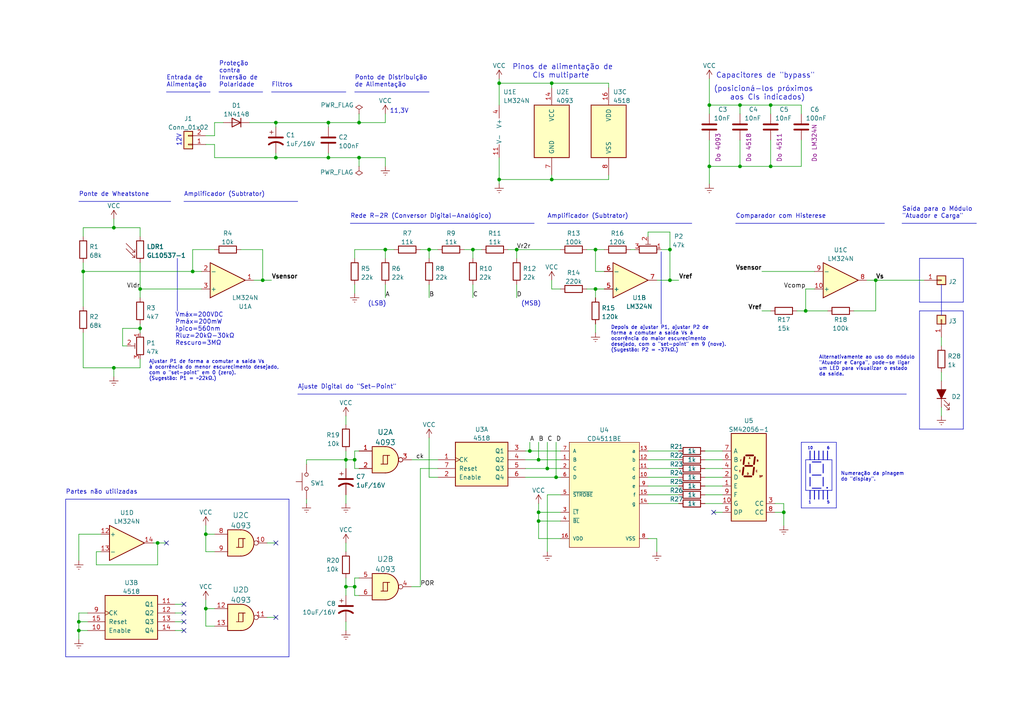
<source format=kicad_sch>
(kicad_sch (version 20230121) (generator eeschema)
  (paper "A4")
  (title_block (title "Sensor com Ajuste Digital de Set-Point para Atuador") (date "2022-10-20") (rev "0.0.3") (company "ETE103 - Fundamentos de Circuitos Analógicos") (comment 1 "Licença: CC-BY-SA (https://creativecommons.org/licenses/by-sa/4.0/)"))
  (lib_symbols
    (symbol "4xxx:4518" (pin_names (offset 1.016))
      (property "Reference" "U" (at -7.62 8.89 0))
      (property "Value" "4518" (at -7.62 -8.89 0))
      (symbol "4518_1_0"
        (pin input clock (at -12.7 0 0) (length 5.08) (name "CK") (number "1"))
        (pin input line (at -12.7 -5.08 0) (length 5.08) (name "Enable") (number "2"))
        (pin output line (at 12.7 2.54 180) (length 5.08) (name "Q1") (number "3"))
        (pin output line (at 12.7 0 180) (length 5.08) (name "Q2") (number "4"))
        (pin output line (at 12.7 -2.54 180) (length 5.08) (name "Q3") (number "5"))
        (pin output line (at 12.7 -5.08 180) (length 5.08) (name "Q4") (number "6"))
        (pin input line (at -12.7 -2.54 0) (length 5.08) (name "Reset") (number "7"))
      )
      (symbol "4518_2_0"
        (pin input line (at -12.7 -5.08 0) (length 5.08) (name "Enable") (number "10"))
        (pin output line (at 12.7 2.54 180) (length 5.08) (name "Q1") (number "11"))
        (pin output line (at 12.7 0 180) (length 5.08) (name "Q2") (number "12"))
        (pin output line (at 12.7 -2.54 180) (length 5.08) (name "Q3") (number "13"))
        (pin output line (at 12.7 -5.08 180) (length 5.08) (name "Q4") (number "14"))
        (pin input line (at -12.7 -2.54 0) (length 5.08) (name "Reset") (number "15"))
        (pin input clock (at -12.7 0 0) (length 5.08) (name "CK") (number "9"))
      )
      (symbol "4518_3_0"
        (pin power_in line (at 0 12.7 270) (length 5.08) (name "VDD") (number "16"))
        (pin power_in line (at 0 -12.7 90) (length 5.08) (name "VSS") (number "8"))
      )
    )
    (symbol "4xxx:HEF4093B" (pin_names (offset 1.016))
      (property "Reference" "U" (at 0 1.27 0))
      (property "Value" "HEF4093B" (at 0 -1.27 0))
      (symbol "HEF4093B_1_1"
        (pin input line (at -7.62 2.54 0) (length 3.81) (name "~") (number "1"))
        (pin input line (at -7.62 -2.54 0) (length 3.81) (name "~") (number "2"))
        (pin output inverted (at 7.62 0 180) (length 3.81) (name "~") (number "3"))
      )
      (symbol "HEF4093B_1_2"
        (pin input inverted (at -7.62 2.54 0) (length 4.318) (name "~") (number "1"))
        (pin input inverted (at -7.62 -2.54 0) (length 4.318) (name "~") (number "2"))
        (pin output line (at 7.62 0 180) (length 3.81) (name "~") (number "3"))
      )
      (symbol "HEF4093B_2_1"
        (pin output inverted (at 7.62 0 180) (length 3.81) (name "~") (number "4"))
        (pin input line (at -7.62 2.54 0) (length 3.81) (name "~") (number "5"))
        (pin input line (at -7.62 -2.54 0) (length 3.81) (name "~") (number "6"))
      )
      (symbol "HEF4093B_2_2"
        (pin output line (at 7.62 0 180) (length 3.81) (name "~") (number "4"))
        (pin input inverted (at -7.62 2.54 0) (length 4.318) (name "~") (number "5"))
        (pin input inverted (at -7.62 -2.54 0) (length 4.318) (name "~") (number "6"))
      )
      (symbol "HEF4093B_3_1"
        (pin output inverted (at 7.62 0 180) (length 3.81) (name "~") (number "10"))
        (pin input line (at -7.62 2.54 0) (length 3.81) (name "~") (number "8"))
        (pin input line (at -7.62 -2.54 0) (length 3.81) (name "~") (number "9"))
      )
      (symbol "HEF4093B_3_2"
        (pin output line (at 7.62 0 180) (length 3.81) (name "~") (number "10"))
        (pin input inverted (at -7.62 2.54 0) (length 4.318) (name "~") (number "8"))
        (pin input inverted (at -7.62 -2.54 0) (length 4.318) (name "~") (number "9"))
      )
      (symbol "HEF4093B_4_1"
        (pin output inverted (at 7.62 0 180) (length 3.81) (name "~") (number "11"))
        (pin input line (at -7.62 2.54 0) (length 3.81) (name "~") (number "12"))
        (pin input line (at -7.62 -2.54 0) (length 3.81) (name "~") (number "13"))
      )
      (symbol "HEF4093B_4_2"
        (pin output line (at 7.62 0 180) (length 3.81) (name "~") (number "11"))
        (pin input inverted (at -7.62 2.54 0) (length 4.318) (name "~") (number "12"))
        (pin input inverted (at -7.62 -2.54 0) (length 4.318) (name "~") (number "13"))
      )
      (symbol "HEF4093B_5_0"
        (pin power_in line (at 0 12.7 270) (length 5.08) (name "VCC") (number "14"))
        (pin power_in line (at 0 -12.7 90) (length 5.08) (name "GND") (number "7"))
      )
    )
    (symbol "Amplifier_Operational:LM324" (pin_names (offset 0.127))
      (property "Reference" "U" (at 0 5.08 0))
      (property "Value" "LM324" (at 0 -5.08 0))
      (symbol "LM324_1_1"
        (pin output line (at 7.62 0 180) (length 2.54) (name "~") (number "1"))
        (pin input line (at -7.62 -2.54 0) (length 2.54) (name "-") (number "2"))
        (pin input line (at -7.62 2.54 0) (length 2.54) (name "+") (number "3"))
      )
      (symbol "LM324_2_1"
        (pin input line (at -7.62 2.54 0) (length 2.54) (name "+") (number "5"))
        (pin input line (at -7.62 -2.54 0) (length 2.54) (name "-") (number "6"))
        (pin output line (at 7.62 0 180) (length 2.54) (name "~") (number "7"))
      )
      (symbol "LM324_3_1"
        (pin input line (at -7.62 2.54 0) (length 2.54) (name "+") (number "10"))
        (pin output line (at 7.62 0 180) (length 2.54) (name "~") (number "8"))
        (pin input line (at -7.62 -2.54 0) (length 2.54) (name "-") (number "9"))
      )
      (symbol "LM324_4_1"
        (pin input line (at -7.62 2.54 0) (length 2.54) (name "+") (number "12"))
        (pin input line (at -7.62 -2.54 0) (length 2.54) (name "-") (number "13"))
        (pin output line (at 7.62 0 180) (length 2.54) (name "~") (number "14"))
      )
      (symbol "LM324_5_1"
        (pin power_in line (at -2.54 -7.62 90) (length 3.81) (name "V-") (number "11"))
        (pin power_in line (at -2.54 7.62 270) (length 3.81) (name "V+") (number "4"))
      )
    )
    (symbol "Connector_Generic:Conn_01x01" (pin_names (offset 1.016) hide)
      (property "Reference" "J" (at 0 2.54 0))
      (property "Value" "Conn_01x01" (at 0 -2.54 0))
      (symbol "Conn_01x01_1_1"
        (pin passive line (at -5.08 0 0) (length 3.81) (name "Pin_1") (number "1"))
      )
    )
    (symbol "Connector_Generic:Conn_01x02" (pin_names (offset 1.016) hide)
      (property "Reference" "J" (at 0 2.54 0))
      (property "Value" "Conn_01x02" (at 0 -5.08 0))
      (symbol "Conn_01x02_1_1"
        (pin passive line (at -5.08 0 0) (length 3.81) (name "Pin_1") (number "1"))
        (pin passive line (at -5.08 -2.54 0) (length 3.81) (name "Pin_2") (number "2"))
      )
    )
    (symbol "Device:C" (pin_numbers hide) (pin_names (offset 0.254))
      (property "Reference" "C" (at 0.635 2.54 0))
      (property "Value" "C" (at 0.635 -2.54 0))
      (symbol "C_1_1"
        (pin passive line (at 0 3.81 270) (length 2.794) (name "~") (number "1"))
        (pin passive line (at 0 -3.81 90) (length 2.794) (name "~") (number "2"))
      )
    )
    (symbol "Device:C_Polarized_US" (pin_numbers hide) (pin_names (offset 0.254) hide)
      (property "Reference" "C" (at 0.635 2.54 0))
      (property "Value" "C_Polarized_US" (at 0.635 -2.54 0))
      (symbol "C_Polarized_US_1_1"
        (pin passive line (at 0 3.81 270) (length 2.794) (name "~") (number "1"))
        (pin passive line (at 0 -3.81 90) (length 3.302) (name "~") (number "2"))
      )
    )
    (symbol "Device:LED_Filled" (pin_numbers hide) (pin_names (offset 1.016) hide)
      (property "Reference" "D" (at 0 2.54 0))
      (property "Value" "LED_Filled" (at 0 -2.54 0))
      (symbol "LED_Filled_1_1"
        (pin passive line (at -3.81 0 0) (length 2.54) (name "K") (number "1"))
        (pin passive line (at 3.81 0 180) (length 2.54) (name "A") (number "2"))
      )
    )
    (symbol "Device:R" (pin_numbers hide) (pin_names (offset 0))
      (property "Reference" "R" (at 2.032 0 90))
      (property "Value" "R" (at 0 0 90))
      (symbol "R_1_1"
        (pin passive line (at 0 3.81 270) (length 1.27) (name "~") (number "1"))
        (pin passive line (at 0 -3.81 90) (length 1.27) (name "~") (number "2"))
      )
    )
    (symbol "Device:R_Photo" (pin_numbers hide) (pin_names (offset 0))
      (property "Reference" "R" (at 1.27 1.27 0))
      (property "Value" "R_Photo" (at 1.27 0 0))
      (symbol "R_Photo_1_1"
        (pin passive line (at 0 3.81 270) (length 1.27) (name "~") (number "1"))
        (pin passive line (at 0 -3.81 90) (length 1.27) (name "~") (number "2"))
      )
    )
    (symbol "Device:R_Potentiometer_Trim" (pin_names (offset 1.016) hide)
      (property "Reference" "RV" (at -4.445 0 90))
      (property "Value" "R_Potentiometer_Trim" (at -2.54 0 90))
      (symbol "R_Potentiometer_Trim_1_1"
        (pin passive line (at 0 3.81 270) (length 1.27) (name "1") (number "1"))
        (pin passive line (at 3.81 0 180) (length 1.27) (name "2") (number "2"))
        (pin passive line (at 0 -3.81 90) (length 1.27) (name "3") (number "3"))
      )
    )
    (symbol "Diode:1N4148" (pin_numbers hide) (pin_names (offset 1.016) hide)
      (property "Reference" "D" (at 0 2.54 0))
      (property "Value" "1N4148" (at 0 -2.54 0))
      (symbol "1N4148_1_1"
        (pin passive line (at -3.81 0 0) (length 2.54) (name "K") (number "1"))
        (pin passive line (at 3.81 0 180) (length 2.54) (name "A") (number "2"))
      )
    )
    (symbol "Display_Character:KCSC02-105" (pin_names (offset 0.635))
      (property "Reference" "U" (at -2.54 13.97 0))
      (property "Value" "KCSC02-105" (at 1.27 13.97 0))
      (symbol "KCSC02-105_0_0"
        (text "A" (at 0.254 5.588 0) (effects (font (size 0.508 0.508))))
        (text "B" (at 2.54 4.826 0) (effects (font (size 0.508 0.508))))
        (text "C" (at 2.286 1.778 0) (effects (font (size 0.508 0.508))))
        (text "D" (at -0.254 1.016 0) (effects (font (size 0.508 0.508))))
        (text "DP" (at 3.556 0.254 0) (effects (font (size 0.508 0.508))))
        (text "E" (at -2.54 1.778 0) (effects (font (size 0.508 0.508))))
        (text "F" (at -2.286 4.826 0) (effects (font (size 0.508 0.508))))
        (text "G" (at 0 4.064 0) (effects (font (size 0.508 0.508))))
      )
      (symbol "KCSC02-105_1_1"
        (pin input line (at -7.62 -2.54 0) (length 2.54) (name "E") (number "1"))
        (pin input line (at -7.62 -7.62 0) (length 2.54) (name "G") (number "10"))
        (pin input line (at -7.62 0 0) (length 2.54) (name "D") (number "2"))
        (pin input line (at 7.62 -7.62 180) (length 2.54) (name "CC") (number "3"))
        (pin input line (at -7.62 2.54 0) (length 2.54) (name "C") (number "4"))
        (pin input line (at -7.62 -10.16 0) (length 2.54) (name "DP") (number "5"))
        (pin input line (at -7.62 5.08 0) (length 2.54) (name "B") (number "6"))
        (pin input line (at -7.62 7.62 0) (length 2.54) (name "A") (number "7"))
        (pin input line (at 7.62 -10.16 180) (length 2.54) (name "CC") (number "8"))
        (pin input line (at -7.62 -5.08 0) (length 2.54) (name "F") (number "9"))
      )
    )
    (symbol "Switch:SW_Push" (pin_numbers hide) (pin_names (offset 1.016) hide)
      (property "Reference" "SW" (at 1.27 2.54 0))
      (property "Value" "SW_Push" (at 0 -1.524 0))
      (symbol "SW_Push_0_1"
        (pin passive line (at -5.08 0 0) (length 2.54) (name "1") (number "1"))
        (pin passive line (at 5.08 0 180) (length 2.54) (name "2") (number "2"))
      )
    )
    (symbol "eec:CD4511BE" (pin_names (offset 1.016))
      (property "Reference" "U" (at 0 5.08 0))
      (property "Value" "CD4511BE" (at 0 7.62 0))
      (symbol "CD4511BE_1_1"
        (pin input line (at 2.54 -2.54 0) (length 2.54) (name "B") (number "1"))
        (pin output line (at 27.94 -7.62 180) (length 2.54) (name "d") (number "10"))
        (pin output line (at 27.94 -5.08 180) (length 2.54) (name "c") (number "11"))
        (pin output line (at 27.94 -2.54 180) (length 2.54) (name "b") (number "12"))
        (pin output line (at 27.94 0 180) (length 2.54) (name "a") (number "13"))
        (pin output line (at 27.94 -15.24 180) (length 2.54) (name "g") (number "14"))
        (pin output line (at 27.94 -12.7 180) (length 2.54) (name "f") (number "15"))
        (pin power_in line (at 2.54 -25.4 0) (length 2.54) (name "VDD") (number "16"))
        (pin input line (at 2.54 -5.08 0) (length 2.54) (name "C") (number "2"))
        (pin input line (at 2.54 -17.78 0) (length 2.54) (name "~{LT}") (number "3"))
        (pin input line (at 2.54 -20.32 0) (length 2.54) (name "~{BL}") (number "4"))
        (pin input line (at 2.54 -12.7 0) (length 2.54) (name "~{STROBE}") (number "5"))
        (pin input line (at 2.54 -7.62 0) (length 2.54) (name "D") (number "6"))
        (pin input line (at 2.54 0 0) (length 2.54) (name "A") (number "7"))
        (pin power_in line (at 27.94 -25.4 180) (length 2.54) (name "VSS") (number "8"))
        (pin output line (at 27.94 -10.16 180) (length 2.54) (name "e") (number "9"))
      )
    )
    (symbol "power:Earth" (power) (pin_names (offset 0))
      (symbol "Earth_1_1"
        (pin power_in line (at 0 0 270) (length 0) hide (name "Earth") (number "1"))
      )
    )
    (symbol "power:PWR_FLAG" (power) (pin_numbers hide) (pin_names (offset 0) hide)
      (property "Value" "PWR_FLAG" (at 0 3.81 0))
      (symbol "PWR_FLAG_0_0"
        (pin power_out line (at 0 0 90) (length 0) (name "pwr") (number "1"))
      )
    )
    (symbol "power:VCC" (power) (pin_names (offset 0))
      (property "Value" "VCC" (at 0 3.81 0))
      (symbol "VCC_1_1"
        (pin power_in line (at 0 0 90) (length 0) hide (name "VCC") (number "1"))
      )
    )
  )
  (junction (at 223.52 30.48))
  (junction (at 111.76 72.39))
  (junction (at 80.01 35.56))
  (junction (at 172.72 83.82))
  (junction (at 161.29 138.43))
  (junction (at 158.75 135.89))
  (junction (at 233.68 90.17))
  (junction (at 104.14 35.56))
  (junction (at 24.13 78.74))
  (junction (at 40.64 95.25))
  (junction (at 33.02 106.68))
  (junction (at 33.02 66.04))
  (junction (at 144.78 52.07))
  (junction (at 55.88 78.74))
  (junction (at 45.72 157.48))
  (junction (at 102.87 133.35))
  (junction (at 100.33 133.35))
  (junction (at 227.33 148.59))
  (junction (at 205.74 48.26))
  (junction (at 95.25 35.56))
  (junction (at 149.86 72.39))
  (junction (at 22.86 180.34))
  (junction (at 160.02 24.13))
  (junction (at 160.02 52.07))
  (junction (at 223.52 48.26))
  (junction (at 144.78 24.13))
  (junction (at 100.33 170.18))
  (junction (at 59.69 176.53))
  (junction (at 124.46 72.39))
  (junction (at 153.67 130.81))
  (junction (at 214.63 48.26))
  (junction (at 194.31 81.28))
  (junction (at 214.63 30.48))
  (junction (at 22.86 182.88))
  (junction (at 104.14 45.72))
  (junction (at 156.21 151.13))
  (junction (at 172.72 72.39))
  (junction (at 59.69 154.94))
  (junction (at 80.01 45.72))
  (junction (at 40.64 83.82))
  (junction (at 95.25 45.72))
  (junction (at 194.31 72.39))
  (junction (at 254 81.28))
  (junction (at 156.21 133.35))
  (junction (at 137.16 72.39))
  (junction (at 205.74 30.48))
  (junction (at 76.2 81.28))
  (junction (at 102.87 170.18))
  (junction (at 156.21 148.59))
  (no_connect (at 53.34 182.88))
  (no_connect (at 53.34 177.8))
  (no_connect (at 53.34 180.34))
  (no_connect (at 80.01 179.07))
  (no_connect (at 80.01 157.48))
  (no_connect (at 207.01 148.59))
  (no_connect (at 48.26 157.48))
  (no_connect (at 53.34 175.26))
  (wire (pts (xy 95.25 44.45) (xy 95.25 45.72)))
  (wire (pts (xy 233.68 90.17) (xy 240.03 90.17)))
  (wire (pts (xy 24.13 68.58) (xy 24.13 66.04)))
  (wire (pts (xy 111.76 45.72) (xy 111.76 48.26)))
  (wire (pts (xy 204.47 133.35) (xy 209.55 133.35)))
  (wire (pts (xy 162.56 143.51) (xy 158.75 143.51)))
  (polyline (pts (xy 242.57 147.32) (xy 242.57 128.27)))
  (wire (pts (xy 190.5 156.21) (xy 190.5 160.02)))
  (wire (pts (xy 124.46 74.93) (xy 124.46 72.39)))
  (wire (pts (xy 182.88 72.39) (xy 184.15 72.39)))
  (wire (pts (xy 144.78 24.13) (xy 160.02 24.13)))
  (polyline (pts (xy 83.82 144.78) (xy 83.82 190.5)))
  (wire (pts (xy 102.87 170.18) (xy 100.33 170.18)))
  (wire (pts (xy 220.98 90.17) (xy 223.52 90.17)))
  (polyline (pts (xy 102.87 26.67) (xy 124.46 26.67)))
  (wire (pts (xy 22.86 180.34) (xy 25.4 180.34)))
  (wire (pts (xy 119.38 170.18) (xy 121.92 170.18)))
  (wire (pts (xy 273.05 107.95) (xy 273.05 110.49)))
  (wire (pts (xy 162.56 148.59) (xy 156.21 148.59)))
  (wire (pts (xy 162.56 156.21) (xy 156.21 156.21)))
  (wire (pts (xy 205.74 48.26) (xy 205.74 53.34)))
  (wire (pts (xy 190.5 81.28) (xy 194.31 81.28)))
  (wire (pts (xy 111.76 74.93) (xy 111.76 72.39)))
  (wire (pts (xy 102.87 72.39) (xy 111.76 72.39)))
  (wire (pts (xy 176.53 50.8) (xy 176.53 52.07)))
  (wire (pts (xy 204.47 143.51) (xy 209.55 143.51)))
  (wire (pts (xy 158.75 128.27) (xy 158.75 135.89)))
  (wire (pts (xy 152.4 130.81) (xy 153.67 130.81)))
  (wire (pts (xy 137.16 82.55) (xy 137.16 86.36)))
  (wire (pts (xy 220.98 78.74) (xy 236.22 78.74)))
  (wire (pts (xy 33.02 106.68) (xy 33.02 109.22)))
  (wire (pts (xy 205.74 48.26) (xy 214.63 48.26)))
  (wire (pts (xy 59.69 152.4) (xy 59.69 154.94)))
  (wire (pts (xy 204.47 140.97) (xy 209.55 140.97)))
  (polyline (pts (xy 232.41 128.27) (xy 232.41 147.32)))
  (wire (pts (xy 144.78 52.07) (xy 144.78 53.34)))
  (polyline (pts (xy 241.3 142.24) (xy 241.3 133.35)) (stroke (width 0) (type solid)))
  (wire (pts (xy 33.02 106.68) (xy 40.64 106.68)))
  (wire (pts (xy 121.92 72.39) (xy 124.46 72.39)))
  (polyline (pts (xy 242.57 128.27) (xy 232.41 128.27)))
  (wire (pts (xy 158.75 143.51) (xy 158.75 160.02)))
  (wire (pts (xy 124.46 138.43) (xy 127 138.43)))
  (polyline (pts (xy 240.03 141.605) (xy 239.776 141.605)))
  (wire (pts (xy 187.96 130.81) (xy 196.85 130.81)))
  (wire (pts (xy 22.86 177.8) (xy 22.86 180.34)))
  (wire (pts (xy 104.14 167.64) (xy 102.87 167.64)))
  (wire (pts (xy 227.33 148.59) (xy 224.79 148.59)))
  (wire (pts (xy 100.33 170.18) (xy 100.33 172.72)))
  (wire (pts (xy 40.64 76.2) (xy 40.64 83.82)))
  (wire (pts (xy 227.33 146.05) (xy 227.33 148.59)))
  (wire (pts (xy 40.64 93.98) (xy 40.64 95.25)))
  (wire (pts (xy 111.76 72.39) (xy 114.3 72.39)))
  (wire (pts (xy 147.32 72.39) (xy 149.86 72.39)))
  (wire (pts (xy 144.78 22.86) (xy 144.78 24.13)))
  (wire (pts (xy 95.25 35.56) (xy 95.25 36.83)))
  (wire (pts (xy 45.72 163.83) (xy 45.72 157.48)))
  (wire (pts (xy 76.2 72.39) (xy 76.2 81.28)))
  (wire (pts (xy 22.86 182.88) (xy 25.4 182.88)))
  (wire (pts (xy 160.02 25.4) (xy 160.02 24.13)))
  (wire (pts (xy 59.69 160.02) (xy 62.23 160.02)))
  (polyline (pts (xy 238.76 130.81) (xy 238.76 133.35)) (stroke (width 0.254) (type solid)))
  (wire (pts (xy 59.69 41.91) (xy 62.23 41.91)))
  (polyline (pts (xy 63.5 26.67) (xy 76.2 26.67)))
  (wire (pts (xy 80.01 35.56) (xy 95.25 35.56)))
  (wire (pts (xy 223.52 48.26) (xy 223.52 40.64)))
  (wire (pts (xy 24.13 78.74) (xy 24.13 88.9)))
  (polyline (pts (xy 213.36 64.77) (xy 256.54 64.77)))
  (wire (pts (xy 137.16 72.39) (xy 139.7 72.39)))
  (wire (pts (xy 104.14 45.72) (xy 104.14 48.26)))
  (wire (pts (xy 40.64 104.14) (xy 40.64 106.68)))
  (wire (pts (xy 80.01 35.56) (xy 80.01 36.83)))
  (polyline (pts (xy 240.03 130.81) (xy 240.03 133.35)) (stroke (width 0.254) (type solid)))
  (polyline (pts (xy 266.7 90.17) (xy 266.7 124.46)))
  (wire (pts (xy 176.53 24.13) (xy 176.53 25.4)))
  (wire (pts (xy 205.74 48.26) (xy 205.74 40.64)))
  (wire (pts (xy 156.21 146.05) (xy 156.21 148.59)))
  (polyline (pts (xy 239.776 141.351) (xy 239.776 141.605)))
  (wire (pts (xy 223.52 30.48) (xy 232.41 30.48)))
  (wire (pts (xy 204.47 130.81) (xy 209.55 130.81)))
  (wire (pts (xy 204.47 138.43) (xy 209.55 138.43)))
  (wire (pts (xy 172.72 83.82) (xy 175.26 83.82)))
  (wire (pts (xy 233.68 83.82) (xy 233.68 90.17)))
  (polyline (pts (xy 266.7 74.93) (xy 266.7 87.63)))
  (polyline (pts (xy 261.62 64.77) (xy 283.21 64.77)))
  (wire (pts (xy 102.87 74.93) (xy 102.87 72.39)))
  (wire (pts (xy 35.56 100.33) (xy 35.56 95.25)))
  (wire (pts (xy 152.4 138.43) (xy 161.29 138.43)))
  (wire (pts (xy 62.23 45.72) (xy 80.01 45.72)))
  (wire (pts (xy 111.76 35.56) (xy 111.76 33.02)))
  (wire (pts (xy 172.72 72.39) (xy 175.26 72.39)))
  (wire (pts (xy 160.02 81.28) (xy 160.02 83.82)))
  (wire (pts (xy 152.4 133.35) (xy 156.21 133.35)))
  (wire (pts (xy 102.87 135.89) (xy 104.14 135.89)))
  (wire (pts (xy 144.78 52.07) (xy 160.02 52.07)))
  (polyline (pts (xy 239.776 141.351) (xy 240.03 141.351)))
  (wire (pts (xy 172.72 96.52) (xy 172.72 93.98)))
  (wire (pts (xy 187.96 138.43) (xy 196.85 138.43)))
  (polyline (pts (xy 48.26 26.67) (xy 60.96 26.67)))
  (wire (pts (xy 44.45 157.48) (xy 45.72 157.48)))
  (polyline (pts (xy 237.49 130.81) (xy 237.49 133.35)) (stroke (width 0.254) (type solid)))
  (wire (pts (xy 187.96 68.58) (xy 187.96 67.31)))
  (wire (pts (xy 156.21 128.27) (xy 156.21 133.35)))
  (polyline (pts (xy 233.68 133.35) (xy 233.68 142.24)) (stroke (width 0) (type solid)))
  (wire (pts (xy 80.01 44.45) (xy 80.01 45.72)))
  (wire (pts (xy 191.77 72.39) (xy 194.31 72.39)))
  (wire (pts (xy 102.87 170.18) (xy 102.87 172.72)))
  (wire (pts (xy 273.05 97.79) (xy 273.05 100.33)))
  (wire (pts (xy 102.87 133.35) (xy 102.87 135.89)))
  (wire (pts (xy 187.96 140.97) (xy 196.85 140.97)))
  (wire (pts (xy 137.16 74.93) (xy 137.16 72.39)))
  (polyline (pts (xy 22.86 58.42) (xy 49.53 58.42)))
  (wire (pts (xy 187.96 135.89) (xy 196.85 135.89)))
  (wire (pts (xy 153.67 128.27) (xy 153.67 130.81)))
  (wire (pts (xy 187.96 143.51) (xy 196.85 143.51)))
  (polyline (pts (xy 266.7 87.63) (xy 279.4 87.63)))
  (wire (pts (xy 62.23 41.91) (xy 62.23 45.72)))
  (wire (pts (xy 80.01 45.72) (xy 95.25 45.72)))
  (wire (pts (xy 187.96 146.05) (xy 196.85 146.05)))
  (wire (pts (xy 35.56 95.25) (xy 40.64 95.25)))
  (wire (pts (xy 22.86 162.56) (xy 22.86 154.94)))
  (wire (pts (xy 214.63 33.02) (xy 214.63 30.48)))
  (polyline (pts (xy 266.7 124.46) (xy 279.4 124.46)))
  (polyline (pts (xy 279.4 124.46) (xy 279.4 90.17)))
  (wire (pts (xy 119.38 133.35) (xy 127 133.35)))
  (wire (pts (xy 88.9 144.78) (xy 88.9 146.05)))
  (wire (pts (xy 22.86 182.88) (xy 22.86 180.34)))
  (wire (pts (xy 88.9 133.35) (xy 100.33 133.35)))
  (wire (pts (xy 59.69 154.94) (xy 62.23 154.94)))
  (wire (pts (xy 69.85 72.39) (xy 76.2 72.39)))
  (wire (pts (xy 22.86 182.88) (xy 22.86 185.42)))
  (polyline (pts (xy 19.05 144.78) (xy 83.82 144.78)))
  (wire (pts (xy 214.63 30.48) (xy 223.52 30.48)))
  (polyline (pts (xy 236.22 142.24) (xy 236.22 144.78)) (stroke (width 0.254) (type solid)))
  (wire (pts (xy 172.72 78.74) (xy 175.26 78.74)))
  (polyline (pts (xy 232.41 128.27) (xy 232.41 128.27)))
  (wire (pts (xy 55.88 72.39) (xy 62.23 72.39)))
  (wire (pts (xy 50.8 180.34) (xy 53.34 180.34)))
  (wire (pts (xy 27.94 160.02) (xy 29.21 160.02)))
  (polyline (pts (xy 86.36 114.3) (xy 262.89 114.3)))
  (wire (pts (xy 273.05 118.11) (xy 273.05 120.65)))
  (wire (pts (xy 95.25 35.56) (xy 104.14 35.56)))
  (wire (pts (xy 149.86 82.55) (xy 149.86 86.36)))
  (wire (pts (xy 22.86 154.94) (xy 29.21 154.94)))
  (wire (pts (xy 187.96 156.21) (xy 190.5 156.21)))
  (polyline (pts (xy 53.34 58.42) (xy 86.36 58.42)))
  (wire (pts (xy 161.29 128.27) (xy 161.29 138.43)))
  (wire (pts (xy 204.47 146.05) (xy 209.55 146.05)))
  (wire (pts (xy 59.69 160.02) (xy 59.69 154.94)))
  (wire (pts (xy 88.9 133.35) (xy 88.9 134.62)))
  (wire (pts (xy 102.87 172.72) (xy 104.14 172.72)))
  (polyline (pts (xy 236.22 130.81) (xy 236.22 133.35)) (stroke (width 0.254) (type solid)))
  (wire (pts (xy 160.02 83.82) (xy 162.56 83.82)))
  (wire (pts (xy 227.33 146.05) (xy 224.79 146.05)))
  (wire (pts (xy 149.86 72.39) (xy 149.86 74.93)))
  (wire (pts (xy 121.92 135.89) (xy 121.92 170.18)))
  (wire (pts (xy 102.87 130.81) (xy 102.87 133.35)))
  (wire (pts (xy 50.8 182.88) (xy 53.34 182.88)))
  (wire (pts (xy 27.94 163.83) (xy 45.72 163.83)))
  (wire (pts (xy 100.33 120.65) (xy 100.33 123.19)))
  (polyline (pts (xy 232.41 147.32) (xy 242.57 147.32)))
  (wire (pts (xy 111.76 82.55) (xy 111.76 86.36)))
  (polyline (pts (xy 240.03 141.351) (xy 240.03 141.605)))
  (wire (pts (xy 205.74 30.48) (xy 205.74 22.86)))
  (wire (pts (xy 24.13 106.68) (xy 24.13 96.52)))
  (wire (pts (xy 45.72 157.48) (xy 48.26 157.48)))
  (wire (pts (xy 172.72 86.36) (xy 172.72 83.82)))
  (wire (pts (xy 102.87 167.64) (xy 102.87 170.18)))
  (wire (pts (xy 170.18 83.82) (xy 172.72 83.82)))
  (wire (pts (xy 152.4 135.89) (xy 158.75 135.89)))
  (wire (pts (xy 95.25 45.72) (xy 104.14 45.72)))
  (wire (pts (xy 102.87 85.09) (xy 102.87 82.55)))
  (wire (pts (xy 33.02 63.5) (xy 33.02 66.04)))
  (wire (pts (xy 124.46 72.39) (xy 127 72.39)))
  (wire (pts (xy 100.33 180.34) (xy 100.33 182.88)))
  (polyline (pts (xy 279.4 87.63) (xy 279.4 74.93)))
  (wire (pts (xy 36.83 100.33) (xy 35.56 100.33)))
  (wire (pts (xy 149.86 72.39) (xy 162.56 72.39)))
  (polyline (pts (xy 234.95 130.81) (xy 234.95 133.35)) (stroke (width 0.254) (type solid)))
  (wire (pts (xy 77.47 157.48) (xy 80.01 157.48)))
  (wire (pts (xy 172.72 72.39) (xy 172.72 78.74)))
  (wire (pts (xy 156.21 151.13) (xy 156.21 156.21)))
  (wire (pts (xy 50.8 175.26) (xy 53.34 175.26)))
  (wire (pts (xy 24.13 106.68) (xy 33.02 106.68)))
  (wire (pts (xy 232.41 33.02) (xy 232.41 30.48)))
  (wire (pts (xy 254 81.28) (xy 267.97 81.28)))
  (wire (pts (xy 158.75 135.89) (xy 162.56 135.89)))
  (wire (pts (xy 27.94 160.02) (xy 27.94 163.83)))
  (wire (pts (xy 77.47 179.07) (xy 80.01 179.07)))
  (wire (pts (xy 72.39 35.56) (xy 80.01 35.56)))
  (wire (pts (xy 251.46 81.28) (xy 254 81.28)))
  (wire (pts (xy 144.78 45.72) (xy 144.78 52.07)))
  (wire (pts (xy 100.33 160.02) (xy 100.33 157.48)))
  (wire (pts (xy 121.92 135.89) (xy 127 135.89)))
  (wire (pts (xy 59.69 181.61) (xy 62.23 181.61)))
  (wire (pts (xy 205.74 33.02) (xy 205.74 30.48)))
  (wire (pts (xy 205.74 30.48) (xy 214.63 30.48)))
  (wire (pts (xy 160.02 24.13) (xy 176.53 24.13)))
  (wire (pts (xy 170.18 72.39) (xy 172.72 72.39)))
  (wire (pts (xy 134.62 72.39) (xy 137.16 72.39)))
  (polyline (pts (xy 266.7 74.93) (xy 279.4 74.93)))
  (wire (pts (xy 24.13 66.04) (xy 33.02 66.04)))
  (polyline (pts (xy 273.05 82.55) (xy 273.05 91.44)))
  (wire (pts (xy 59.69 173.99) (xy 59.69 176.53)))
  (polyline (pts (xy 235.585 137.795) (xy 238.125 137.795)) (stroke (width 0.254) (type solid)))
  (wire (pts (xy 104.14 33.02) (xy 104.14 35.56)))
  (wire (pts (xy 104.14 35.56) (xy 111.76 35.56)))
  (wire (pts (xy 104.14 45.72) (xy 111.76 45.72)))
  (polyline (pts (xy 158.75 64.77) (xy 200.66 64.77)))
  (wire (pts (xy 55.88 78.74) (xy 58.42 78.74)))
  (wire (pts (xy 153.67 130.81) (xy 162.56 130.81)))
  (polyline (pts (xy 238.76 134.62) (xy 238.76 137.16)) (stroke (width 0.254) (type solid)))
  (wire (pts (xy 144.78 24.13) (xy 144.78 30.48)))
  (wire (pts (xy 50.8 177.8) (xy 53.34 177.8)))
  (polyline (pts (xy 234.95 142.24) (xy 234.95 144.78)) (stroke (width 0.254) (type solid)))
  (wire (pts (xy 194.31 72.39) (xy 194.31 81.28)))
  (wire (pts (xy 247.65 90.17) (xy 254 90.17)))
  (wire (pts (xy 73.66 81.28) (xy 76.2 81.28)))
  (wire (pts (xy 24.13 78.74) (xy 55.88 78.74)))
  (wire (pts (xy 124.46 127) (xy 124.46 138.43)))
  (wire (pts (xy 156.21 133.35) (xy 162.56 133.35)))
  (wire (pts (xy 124.46 82.55) (xy 124.46 86.36)))
  (wire (pts (xy 40.64 95.25) (xy 40.64 96.52)))
  (polyline (pts (xy 238.76 142.24) (xy 238.76 144.78)) (stroke (width 0.254) (type solid)))
  (polyline (pts (xy 234.95 134.62) (xy 234.95 137.16)) (stroke (width 0.254) (type solid)))
  (wire (pts (xy 156.21 148.59) (xy 156.21 151.13)))
  (wire (pts (xy 59.69 176.53) (xy 62.23 176.53)))
  (wire (pts (xy 100.33 167.64) (xy 100.33 170.18)))
  (wire (pts (xy 100.33 146.05) (xy 100.33 143.51)))
  (polyline (pts (xy 238.76 138.43) (xy 238.76 140.97)) (stroke (width 0.254) (type solid)))
  (polyline (pts (xy 191.77 73.025) (xy 191.77 93.98)))
  (polyline (pts (xy 240.03 142.24) (xy 240.03 144.78)) (stroke (width 0.254) (type solid)))
  (wire (pts (xy 33.02 66.04) (xy 40.64 66.04)))
  (polyline (pts (xy 83.82 190.5) (xy 19.05 190.5)))
  (wire (pts (xy 162.56 151.13) (xy 156.21 151.13)))
  (wire (pts (xy 232.41 40.64) (xy 232.41 48.26)))
  (polyline (pts (xy 233.68 142.24) (xy 241.3 142.24)) (stroke (width 0) (type solid)))
  (wire (pts (xy 214.63 40.64) (xy 214.63 48.26)))
  (wire (pts (xy 59.69 181.61) (xy 59.69 176.53)))
  (wire (pts (xy 62.23 35.56) (xy 64.77 35.56)))
  (wire (pts (xy 223.52 48.26) (xy 232.41 48.26)))
  (wire (pts (xy 194.31 81.28) (xy 196.85 81.28)))
  (wire (pts (xy 40.64 66.04) (xy 40.64 68.58)))
  (wire (pts (xy 207.01 148.59) (xy 209.55 148.59)))
  (wire (pts (xy 223.52 48.26) (xy 214.63 48.26)))
  (wire (pts (xy 160.02 52.07) (xy 176.53 52.07)))
  (wire (pts (xy 104.14 130.81) (xy 102.87 130.81)))
  (wire (pts (xy 55.88 72.39) (xy 55.88 78.74)))
  (polyline (pts (xy 51.435 74.93) (xy 51.435 90.17)))
  (wire (pts (xy 161.29 138.43) (xy 162.56 138.43)))
  (wire (pts (xy 40.64 83.82) (xy 40.64 86.36)))
  (polyline (pts (xy 233.68 133.35) (xy 241.3 133.35)) (stroke (width 0) (type solid)))
  (polyline (pts (xy 266.7 90.17) (xy 279.4 90.17)))
  (wire (pts (xy 100.33 130.81) (xy 100.33 133.35)))
  (wire (pts (xy 223.52 33.02) (xy 223.52 30.48)))
  (polyline (pts (xy 19.05 144.78) (xy 19.05 190.5)))
  (polyline (pts (xy 235.585 141.605) (xy 238.125 141.605)) (stroke (width 0.254) (type solid)))
  (polyline (pts (xy 101.6 64.77) (xy 154.94 64.77)))
  (wire (pts (xy 25.4 177.8) (xy 22.86 177.8)))
  (wire (pts (xy 76.2 81.28) (xy 78.74 81.28)))
  (wire (pts (xy 194.31 67.31) (xy 194.31 72.39)))
  (wire (pts (xy 24.13 76.2) (xy 24.13 78.74)))
  (wire (pts (xy 160.02 52.07) (xy 160.02 50.8)))
  (wire (pts (xy 231.14 90.17) (xy 233.68 90.17)))
  (wire (pts (xy 227.33 148.59) (xy 227.33 152.4)))
  (polyline (pts (xy 78.74 26.67) (xy 100.33 26.67)))
  (wire (pts (xy 236.22 83.82) (xy 233.68 83.82)))
  (wire (pts (xy 100.33 133.35) (xy 100.33 135.89)))
  (wire (pts (xy 204.47 135.89) (xy 209.55 135.89)))
  (wire (pts (xy 187.96 67.31) (xy 194.31 67.31)))
  (wire (pts (xy 187.96 133.35) (xy 196.85 133.35)))
  (polyline (pts (xy 234.95 138.43) (xy 234.95 140.97)) (stroke (width 0.254) (type solid)))
  (polyline (pts (xy 235.585 133.985) (xy 238.125 133.985)) (stroke (width 0.254) (type solid)))
  (wire (pts (xy 62.23 39.37) (xy 62.23 35.56)))
  (wire (pts (xy 40.64 83.82) (xy 58.42 83.82)))
  (wire (pts (xy 59.69 39.37) (xy 62.23 39.37)))
  (wire (pts (xy 100.33 133.35) (xy 102.87 133.35)))
  (wire (pts (xy 254 90.17) (xy 254 81.28)))
  (polyline (pts (xy 237.49 142.24) (xy 237.49 144.78)) (stroke (width 0.254) (type solid)))
  (text "(MSB)" (at 151.13 88.9 0) (effects (font (size 1.27 1.27)) (justify left bottom)))
  (text "Vmáx=200VDC\nPmáx=200mW\nλpico=560nm\nRluz=20kΩ-30kΩ\nRescuro=3MΩ" (at 50.8 100.33 0) (effects (font (size 1.27 1.27)) (justify left bottom)))
  (text "Amplificador (Subtrator)" (at 158.75 63.5 0) (effects (font (size 1.27 1.27)) (justify left bottom)))
  (text "Proteção\ncontra\nInversão de\nPolaridade" (at 63.5 25.4 0) (effects (font (size 1.27 1.27)) (justify left bottom)))
  (text "Depois de ajustar P1, ajustar P2 de\nforma a comutar a saída Vs à\nocorrência do maior escurecimento\ndesejado, com o \"set-point\" em 9 (nove).\n(Sugestão: P2 = ~37kΩ.)" (at 177.165 102.235 0) (effects (font (size 1.016 1.016)) (justify left bottom)))
  (text "Partes não utilizadas" (at 19.05 143.51 0) (effects (font (size 1.27 1.27)) (justify left bottom)))
  (text "Capacitores de \"bypass\"" (at 207.645 22.86 0) (effects (font (size 1.524 1.524)) (justify left bottom)))
  (text "(posicioná-los próximos\n    aos CIs indicados)" (at 207.01 29.21 0) (effects (font (size 1.524 1.524)) (justify left bottom)))
  (text "Ajuste Digital do \"Set-Point\"" (at 86.36 113.03 0) (effects (font (size 1.27 1.27)) (justify left bottom)))
  (text "Entrada de\nAlimentação" (at 48.26 25.4 0) (effects (font (size 1.27 1.27)) (justify left bottom)))
  (text "Alternativamente ao uso do módulo\n\"Atuador e Carga\", pode-se ligar\num LED para visualizar o estado\nda saída." (at 237.49 109.22 0) (effects (font (size 1.016 1.016)) (justify left bottom)))
  (text "Filtros" (at 78.74 25.4 0) (effects (font (size 1.27 1.27)) (justify left bottom)))
  (text "Rede R-2R (Conversor Digital-Analógico)" (at 101.6 63.5 0) (effects (font (size 1.27 1.27)) (justify left bottom)))
  (text "Numeração da pinagem\ndo \"display\"." (at 243.84 139.7 0) (effects (font (size 1.016 1.016)) (justify left bottom)))
  (text "Ajustar P1 de forma a comutar a saída Vs\nà ocorrência do menor escurecimento desejado,\ncom o \"set-point\" em 0 (zero).\n(Sugestão: P1 = ~22kΩ.)" (at 43.18 110.49 0) (effects (font (size 1.016 1.016)) (justify left bottom)))
  (text "Pinos de alimentação de\n     CIs multiparte" (at 148.59 22.86 0) (effects (font (size 1.524 1.524)) (justify left bottom)))
  (text "Ponte de Wheatstone" (at 22.86 57.15 0) (effects (font (size 1.27 1.27)) (justify left bottom)))
  (text "Amplificador (Subtrator)" (at 53.34 57.15 0) (effects (font (size 1.27 1.27)) (justify left bottom)))
  (text "(LSB)" (at 106.68 88.9 0) (effects (font (size 1.27 1.27)) (justify left bottom)))
  (text "6" (at 239.776 130.556 0) (effects (font (size 0.762 0.762)) (justify left bottom)))
  (text "Saída para o Módulo\n\"Atuador e Carga\"" (at 261.62 63.5 0) (effects (font (size 1.27 1.27)) (justify left bottom)))
  (text "Ponto de Distribuição\nde Alimentação" (at 102.87 25.4 0) (effects (font (size 1.27 1.27)) (justify left bottom)))
  (text "12V" (at 52.705 42.545 90) (effects (font (size 1.27 1.27)) (justify left bottom)))
  (text "5" (at 239.776 146.304 0) (effects (font (size 0.762 0.762)) (justify left bottom)))
  (text "10" (at 234.188 130.556 0) (effects (font (size 0.762 0.762)) (justify left bottom)))
  (text "11,3V" (at 113.03 33.02 0) (effects (font (size 1.27 1.27)) (justify left bottom)))
  (text "Comparador com Histerese" (at 213.36 63.5 0) (effects (font (size 1.27 1.27)) (justify left bottom)))
  (text "1" (at 234.442 146.304 0) (effects (font (size 0.762 0.762)) (justify left bottom)))
  (label "Vldr" (at 40.64 83.82 180))
  (label "D" (at 161.29 128.27 0))
  (label "B" (at 156.21 128.27 0))
  (label "POR" (at 121.92 170.18 0))
  (label "Vsensor" (at 220.98 78.74 180) (effects (font (thickness 0.254) bold)))
  (label "D" (at 149.86 86.36 0))
  (label "C" (at 158.75 128.27 0))
  (label "Vsensor" (at 78.74 81.28 0) (effects (font (thickness 0.254) bold)))
  (label "ck" (at 120.65 133.35 0))
  (label "C" (at 137.16 86.36 0))
  (label "Vs" (at 254 81.28 0) (effects (font (thickness 0.254) bold)))
  (label "Vref" (at 196.85 81.28 0) (effects (font (thickness 0.254) bold)))
  (label "Vcomp" (at 233.68 83.82 180))
  (label "Vref" (at 220.98 90.17 180) (effects (font bold)))
  (label "A" (at 111.76 86.36 0))
  (label "Vr2r" (at 149.86 72.39 0))
  (label "A" (at 153.67 128.27 0))
  (label "B" (at 124.46 86.36 0))
  (symbol (lib_id "power:VCC") (at 156.21 146.05 0) (unit 1)
    (property "Reference" "#PWR017" (effects hide))
    (property "Value" "VCC" (at 156.21 142.24 0))
  )
  (symbol (lib_id "Amplifier_Operational:LM324") (at 66.04 81.28 0) (mirror x) (unit 1)
    (property "Reference" "U1" (at 71.12 88.8969 0))
    (property "Value" "LM324N" (at 71.12 86.36 0))
    (property "Datasheet" "http://www.ti.com/lit/ds/symlink/lm2902-n.pdf" (effects hide))
  )
  (symbol (lib_id "Device:R") (at 172.72 90.17 180) (unit 1)
    (property "Reference" "R15" (at 174.498 89.3353 0) (effects (justify right)))
    (property "Value" "120k" (at 174.498 91.8722 0) (effects (justify right)))
  )
  (symbol (lib_id "Device:R") (at 179.07 72.39 90) (unit 1)
    (property "Reference" "R16" (at 179.07 67.6742 90))
    (property "Value" "120k" (at 179.07 70.2111 90))
  )
  (symbol (lib_id "Device:LED_Filled") (at 273.05 114.3 90) (unit 1)
    (property "Reference" "D2" (at 275.971 115.0528 90) (effects (justify right)))
    (property "Value" "LED_Filled" (effects hide))
  )
  (symbol (lib_id "Connector_Generic:Conn_01x01") (at 273.05 81.28 0) (unit 1)
    (property "Reference" "J2" (at 275.082 81.7138 0) (effects (justify left)))
    (property "Value" "Conn_01x01" (effects hide))
  )
  (symbol (lib_id "Device:R") (at 66.04 72.39 90) (mirror x) (unit 1)
    (property "Reference" "R4" (at 66.04 67.6742 90))
    (property "Value" "10k" (at 66.04 70.2111 90))
  )
  (symbol (lib_id "Device:R") (at 200.66 133.35 90) (unit 1)
    (property "Reference" "R22" (at 196.215 132.08 90))
    (property "Value" "1k" (at 200.66 133.35 90))
    (property "Footprint" "Resistor_THT:R_Axial_DIN0207_L6.3mm_D2.5mm_P10.16mm_Horizontal" (effects hide))
  )
  (symbol (lib_id "Device:R") (at 143.51 72.39 90) (unit 1)
    (property "Reference" "R11" (at 143.51 67.6742 90))
    (property "Value" "11k" (at 143.51 70.2111 90))
  )
  (symbol (lib_id "Device:R") (at 273.05 104.14 180) (unit 1)
    (property "Reference" "R28" (at 274.828 103.3053 0) (effects (justify right)))
    (property "Value" "1k" (at 274.828 105.8422 0) (effects (justify right)))
  )
  (symbol (lib_id "Device:R") (at 111.76 78.74 0) (unit 1)
    (property "Reference" "R6" (at 113.538 77.9053 0) (effects (justify left)))
    (property "Value" "22k" (at 113.538 80.4422 0) (effects (justify left)))
  )
  (symbol (lib_id "Device:R_Potentiometer_Trim") (at 187.96 72.39 270) (mirror x) (unit 1)
    (property "Reference" "P2" (at 196.85 68.58 90))
    (property "Value" "47k" (at 196.85 71.1169 90))
  )
  (symbol (lib_id "power:Earth") (at 205.74 53.34 0) (unit 1)
    (property "Reference" "#PWR022" (effects hide))
    (property "Value" "Earth" (effects hide))
  )
  (symbol (lib_id "Device:R") (at 166.37 83.82 270) (unit 1)
    (property "Reference" "R14" (at 166.37 79.1042 90))
    (property "Value" "220k" (at 166.37 81.6411 90))
  )
  (symbol (lib_id "Device:R_Potentiometer_Trim") (at 40.64 100.33 0) (mirror y) (unit 1)
    (property "Reference" "P1" (at 42.418 99.4953 0) (effects (justify right)))
    (property "Value" "47k" (at 42.418 102.0322 0) (effects (justify right)))
  )
  (symbol (lib_id "4xxx:HEF4093B") (at 69.85 157.48 0) (unit 3)
    (property "Reference" "U2" (at 69.85 149.4589 0) (effects (font (size 1.524 1.524))))
    (property "Value" "4093" (at 69.85 152.4523 0) (effects (font (size 1.524 1.524))))
    (property "Footprint" "Package_DIP:DIP-14_W7.62mm_LongPads" (effects hide))
  )
  (symbol (lib_id "Device:R") (at 166.37 72.39 90) (unit 1)
    (property "Reference" "R13" (at 166.37 67.6742 90))
    (property "Value" "100k" (at 166.37 70.2111 90))
  )
  (symbol (lib_id "power:Earth") (at 22.86 162.56 0) (unit 1)
    (property "Reference" "#PWR023" (effects hide))
    (property "Value" "Earth" (effects hide))
  )
  (symbol (lib_id "power:Earth") (at 100.33 146.05 0) (unit 1)
    (property "Reference" "#PWR013" (effects hide))
    (property "Value" "Earth" (effects hide))
  )
  (symbol (lib_id "Display_Character:KCSC02-105") (at 217.17 138.43 0) (unit 1)
    (property "Reference" "U5" (at 217.17 122.0302 0))
    (property "Value" "SM42056-1" (at 217.17 124.5671 0))
    (property "Footprint" "Display_7Segment:KCSC02-105" (effects hide))
    (property "Datasheet" "http://www.kingbright.com/attachments/file/psearch/000/00/00/KCSC02-105(Ver.9A).pdf" (effects hide))
  )
  (symbol (lib_id "power:VCC") (at 205.74 22.86 0) (unit 1)
    (property "Reference" "#PWR07" (effects hide))
    (property "Value" "VCC" (at 205.74 19.05 0))
  )
  (symbol (lib_id "power:Earth") (at 22.86 185.42 0) (unit 1)
    (property "Reference" "#PWR024" (effects hide))
    (property "Value" "Earth" (effects hide))
  )
  (symbol (lib_id "Device:R") (at 200.66 143.51 90) (unit 1)
    (property "Reference" "R26" (at 196.215 142.24 90))
    (property "Value" "1k" (at 200.66 143.51 90))
    (property "Footprint" "Resistor_THT:R_Axial_DIN0207_L6.3mm_D2.5mm_P10.16mm_Horizontal" (effects hide))
  )
  (symbol (lib_id "Device:R") (at 200.66 130.81 90) (unit 1)
    (property "Reference" "R21" (at 196.215 129.54 90))
    (property "Value" "1k" (at 200.66 130.81 90))
    (property "Footprint" "Resistor_THT:R_Axial_DIN0207_L6.3mm_D2.5mm_P10.16mm_Horizontal" (effects hide))
  )
  (symbol (lib_id "power:VCC") (at 59.69 152.4 0) (unit 1)
    (property "Reference" "#PWR?" (effects hide))
    (property "Value" "VCC" (at 59.69 148.59 0))
  )
  (symbol (lib_id "power:VCC") (at 59.69 173.99 0) (unit 1)
    (property "Reference" "#PWR?" (effects hide))
    (property "Value" "VCC" (at 59.69 170.18 0))
  )
  (symbol (lib_id "Device:R_Photo") (at 40.64 72.39 0) (unit 1)
    (property "Reference" "LDR1" (at 42.418 71.5553 0) (effects (font bold) (justify left)))
    (property "Value" "GL10537-1" (at 42.418 74.0922 0) (effects (font bold) (justify left)))
    (property "Observação" "Vmáx=200VDC, Pmáx=200mW, λpico=560nm, Rluz=20k-30k, Rescuro=3M, (Baú da Eletrônica)" (effects hide))
    (property "Sim.Device" "SPICE" (effects hide))
    (property "Sim.Params" "type=\"R\" model=\"250k\" lib=\"\"" (effects hide))
    (property "Sim.Pins" "1=1 2=2" (effects hide))
  )
  (symbol (lib_id "Device:R") (at 102.87 78.74 0) (unit 1)
    (property "Reference" "R5" (at 104.648 77.9053 0) (effects (justify left)))
    (property "Value" "22k" (at 104.648 80.4422 0) (effects (justify left)))
  )
  (symbol (lib_id "power:Earth") (at 172.72 96.52 0) (unit 1)
    (property "Reference" "#PWR010" (effects hide))
    (property "Value" "Earth" (effects hide))
  )
  (symbol (lib_id "power:VCC") (at 160.02 81.28 0) (unit 1)
    (property "Reference" "#PWR09" (effects hide))
    (property "Value" "VCC" (at 160.02 77.47 0))
  )
  (symbol (lib_id "Device:R") (at 200.66 146.05 90) (unit 1)
    (property "Reference" "R27" (at 196.215 144.78 90))
    (property "Value" "1k" (at 200.66 146.05 90))
    (property "Footprint" "Resistor_THT:R_Axial_DIN0207_L6.3mm_D2.5mm_P10.16mm_Horizontal" (effects hide))
  )
  (symbol (lib_id "Connector_Generic:Conn_01x02") (at 54.61 41.91 180) (unit 1)
    (property "Reference" "J1" (at 54.61 34.4002 0))
    (property "Value" "Conn_01x02" (at 54.61 36.9371 0))
  )
  (symbol (lib_id "power:VCC") (at 111.76 33.02 0) (unit 1)
    (property "Reference" "#PWR04" (effects hide))
    (property "Value" "VCC" (at 111.76 29.21 0))
  )
  (symbol (lib_id "eec:CD4511BE") (at 160.02 130.81 0) (unit 1)
    (property "Reference" "U4" (at 175.26 124.6972 0))
    (property "Value" "CD4511BE" (at 175.26 127.2341 0))
    (property "Footprint" "Texas_Instruments-CD4511BE-*" (effects hide))
    (property "Datasheet" "http://www.ti.com/general/docs/lit/getliterature.tsp?genericPartNumber=CD4511B&fileType=pdf" (effects hide))
    (property "Code  JEDEC" "MS-001" (effects hide))
    (property "Component Link 1 Description" "Manufacturer URL" (effects hide))
    (property "Component Link 1 URL" "http://www.ti.com/" (effects hide))
    (property "Component Link 3 Description" "Package Specification" (effects hide))
    (property "Component Link 3 URL" "http://www.ti.com/litv/pdf/mpdi002c" (effects hide))
    (property "Datasheet Version" "SCHS072B" (effects hide))
    (property "Mounting Technology" "Through Hole" (effects hide))
    (property "Package Description" "16-Pin Plastic In-Line, Body 19.305 x 6.35 mm, Pitch 2.54 mm" (effects hide))
    (property "Package Version" "4040049/E" (effects hide))
    (property "Rating" "Military" (effects hide))
    (property "Sub Family" "Discrete Segment LED Driver" (effects hide))
    (property "Vin Max V" "18" (effects hide))
    (property "Vin Min V" "3" (effects hide))
    (property "category" "IC" (effects hide))
    (property "ciiva ids" "13585921" (effects hide))
    (property "library id" "8d74ce39b66b2924" (effects hide))
    (property "manufacturer" "Texas Instruments" (effects hide))
    (property "package" "N0016A" (effects hide))
    (property "release date" "1464591341" (effects hide))
    (property "rohs" "Yes" (effects hide))
    (property "vault revision" "B4FF7ED3-A38F-4FCD-BB2B-34C921878191" (effects hide))
    (property "imported" "yes" (effects hide))
  )
  (symbol (lib_id "Device:R") (at 227.33 90.17 90) (unit 1)
    (property "Reference" "R17" (at 227.33 92.71 90))
    (property "Value" "15k" (at 227.33 95.25 90))
  )
  (symbol (lib_id "Device:C_Polarized_US") (at 80.01 40.64 0) (unit 1)
    (property "Reference" "C1" (at 82.931 39.1703 0) (effects (justify left)))
    (property "Value" "1uF/16V" (at 82.931 41.7072 0) (effects (justify left)))
  )
  (symbol (lib_id "4xxx:HEF4093B") (at 69.85 179.07 0) (unit 4)
    (property "Reference" "U2" (at 69.85 171.0489 0) (effects (font (size 1.524 1.524))))
    (property "Value" "4093" (at 69.85 174.0423 0) (effects (font (size 1.524 1.524))))
    (property "Footprint" "Package_DIP:DIP-14_W7.62mm_LongPads" (effects hide))
  )
  (symbol (lib_id "power:Earth") (at 227.33 152.4 0) (unit 1)
    (property "Reference" "#PWR020" (effects hide))
    (property "Value" "Earth" (effects hide))
  )
  (symbol (lib_id "Device:R") (at 149.86 78.74 0) (unit 1)
    (property "Reference" "R12" (at 151.638 77.9053 0) (effects (justify left)))
    (property "Value" "22k" (at 151.638 80.4422 0) (effects (justify left)))
  )
  (symbol (lib_id "power:VCC") (at 100.33 157.48 0) (unit 1)
    (property "Reference" "#PWR014" (effects hide))
    (property "Value" "VCC" (at 100.33 153.67 0))
  )
  (symbol (lib_id "power:VCC") (at 100.33 120.65 0) (unit 1)
    (property "Reference" "#PWR012" (effects hide))
    (property "Value" "VCC" (at 100.33 116.84 0))
  )
  (symbol (lib_id "Device:R") (at 24.13 72.39 0) (unit 1)
    (property "Reference" "R1" (at 25.908 71.5553 0) (effects (justify left)))
    (property "Value" "68k" (at 25.908 74.0922 0) (effects (justify left)))
  )
  (symbol (lib_id "Connector_Generic:Conn_01x01") (at 273.05 92.71 90) (unit 1)
    (property "Reference" "J3" (at 275.082 93.1438 90) (effects (justify right)))
    (property "Value" "Conn_01x01" (effects hide))
  )
  (symbol (lib_id "power:VCC") (at 144.78 22.86 0) (unit 1)
    (property "Reference" "#PWR06" (effects hide))
    (property "Value" "VCC" (at 144.78 19.05 0))
  )
  (symbol (lib_id "Device:R") (at 130.81 72.39 90) (unit 1)
    (property "Reference" "R9" (at 130.81 67.6742 90))
    (property "Value" "11k" (at 130.81 70.2111 90))
  )
  (symbol (lib_id "power:Earth") (at 111.76 48.26 0) (unit 1)
    (property "Reference" "#PWR05" (effects hide))
    (property "Value" "Earth" (effects hide))
  )
  (symbol (lib_id "Device:R") (at 124.46 78.74 0) (unit 1)
    (property "Reference" "R8" (at 126.238 77.9053 0) (effects (justify left)))
    (property "Value" "22k" (at 126.238 80.4422 0) (effects (justify left)))
  )
  (symbol (lib_id "Amplifier_Operational:LM324") (at 36.83 157.48 0) (unit 4)
    (property "Reference" "U1" (at 36.83 148.7002 0))
    (property "Value" "LM324N" (at 36.83 151.2371 0))
    (property "Datasheet" "http://www.ti.com/lit/ds/symlink/lm2902-n.pdf" (effects hide))
  )
  (symbol (lib_id "Device:R") (at 243.84 90.17 90) (unit 1)
    (property "Reference" "R18" (at 243.84 92.71 90))
    (property "Value" "100k" (at 243.84 95.25 90))
  )
  (symbol (lib_id "power:Earth") (at 273.05 120.65 0) (unit 1)
    (property "Reference" "#PWR027" (effects hide))
    (property "Value" "Earth" (effects hide))
  )
  (symbol (lib_id "Device:C") (at 95.25 40.64 0) (unit 1)
    (property "Reference" "C2" (at 98.171 39.8053 0) (effects (justify left)))
    (property "Value" "100nF" (at 98.171 42.3422 0) (effects (justify left)))
  )
  (symbol (lib_id "Device:C") (at 214.63 36.83 0) (unit 1)
    (property "Reference" "C4" (at 217.17 31.75 0) (effects (justify left)))
    (property "Value" "10nF" (at 215.9 34.29 0) (effects (justify left)))
    (property "Footprint" "Capacitor_THT:C_Disc_D5.0mm_W2.5mm_P2.50mm" (effects hide))
    (property "Observação" "Do 4518" (at 217.17 46.99 90) (effects (justify left)))
  )
  (symbol (lib_id "power:Earth") (at 100.33 182.88 0) (unit 1)
    (property "Reference" "#PWR015" (effects hide))
    (property "Value" "Earth" (effects hide))
  )
  (symbol (lib_id "4xxx:4518") (at 139.7 133.35 0) (unit 1)
    (property "Reference" "U3" (at 139.7 124.5702 0))
    (property "Value" "4518" (at 139.7 127.1071 0))
    (property "Footprint" "Package_DIP:DIP-16_W7.62mm_LongPads" (effects hide))
    (property "Datasheet" "http://www.intersil.com/content/dam/Intersil/documents/cd45/cd4518bms-20bms.pdf" (effects hide))
  )
  (symbol (lib_id "power:PWR_FLAG") (at 104.14 48.26 180) (unit 1)
    (property "Reference" "#FLG02" (effects hide))
    (property "Value" "PWR_FLAG" (at 102.4891 49.9638 0) (effects (justify left)))
  )
  (symbol (lib_id "power:Earth") (at 88.9 146.05 0) (unit 1)
    (property "Reference" "#PWR011" (effects hide))
    (property "Value" "Earth" (effects hide))
  )
  (symbol (lib_id "Device:R") (at 118.11 72.39 90) (unit 1)
    (property "Reference" "R7" (at 118.11 67.6742 90))
    (property "Value" "11k" (at 118.11 70.2111 90))
  )
  (symbol (lib_id "4xxx:4518") (at 38.1 177.8 0) (unit 2)
    (property "Reference" "U3" (at 38.1 169.0202 0))
    (property "Value" "4518" (at 38.1 171.5571 0))
    (property "Footprint" "Package_DIP:DIP-16_W7.62mm_LongPads" (effects hide))
    (property "Datasheet" "http://www.intersil.com/content/dam/Intersil/documents/cd45/cd4518bms-20bms.pdf" (effects hide))
  )
  (symbol (lib_id "Device:C_Polarized_US") (at 100.33 139.7 0) (unit 1)
    (property "Reference" "C7" (at 103.251 138.2303 0) (effects (justify left)))
    (property "Value" "1uF/16V" (at 103.251 140.7672 0) (effects (justify left)))
    (property "Footprint" "Capacitor_THT:CP_Radial_D5.0mm_P2.50mm" (effects hide))
  )
  (symbol (lib_id "Device:R") (at 24.13 92.71 0) (unit 1)
    (property "Reference" "R2" (at 25.908 91.8753 0) (effects (justify left)))
    (property "Value" "68k" (at 25.908 94.4122 0) (effects (justify left)))
  )
  (symbol (lib_id "Switch:SW_Push") (at 88.9 139.7 90) (unit 1)
    (property "Reference" "SW1" (at 90.043 140.1338 90) (effects (justify right)))
    (property "Value" "SW_PUSH" (effects hide))
    (property "Footprint" "Button_Switch_THT:SW_PUSH_6mm" (effects hide))
  )
  (symbol (lib_id "4xxx:4518") (at 176.53 38.1 0) (unit 3)
    (property "Reference" "U3" (at 177.8 26.67 0) (effects (justify left)))
    (property "Value" "4518" (at 177.8 29.21 0) (effects (justify left)))
    (property "Footprint" "Package_DIP:DIP-16_W7.62mm_LongPads" (effects hide))
    (property "Datasheet" "http://www.intersil.com/content/dam/Intersil/documents/cd45/cd4518bms-20bms.pdf" (effects hide))
  )
  (symbol (lib_id "power:Earth") (at 102.87 85.09 0) (unit 1)
    (property "Reference" "#PWR08" (effects hide))
    (property "Value" "Earth" (effects hide))
  )
  (symbol (lib_id "Device:C_Polarized_US") (at 100.33 176.53 0) (unit 1)
    (property "Reference" "C8" (at 97.409 175.0603 0) (effects (justify right)))
    (property "Value" "10uF/16V" (at 97.409 177.5972 0) (effects (justify right)))
    (property "Footprint" "Capacitor_THT:CP_Radial_D5.0mm_P2.50mm" (effects hide))
  )
  (symbol (lib_id "Diode:1N4148") (at 68.58 35.56 0) (mirror y) (unit 1)
    (property "Reference" "D1" (at 68.58 30.5902 0))
    (property "Value" "1N4148" (at 68.58 33.1271 0))
    (property "Footprint" "Diode_THT:D_DO-35_SOD27_P7.62mm_Horizontal" (effects hide))
    (property "Datasheet" "https://assets.nexperia.com/documents/data-sheet/1N4148_1N4448.pdf" (effects hide))
  )
  (symbol (lib_id "power:Earth") (at 190.5 160.02 0) (unit 1)
    (property "Reference" "#PWR019" (effects hide))
    (property "Value" "Earth" (effects hide))
  )
  (symbol (lib_id "Device:R") (at 200.66 138.43 90) (unit 1)
    (property "Reference" "R24" (at 196.215 137.16 90))
    (property "Value" "1k" (at 200.66 138.43 90))
    (property "Footprint" "Resistor_THT:R_Axial_DIN0207_L6.3mm_D2.5mm_P10.16mm_Horizontal" (effects hide))
  )
  (symbol (lib_id "Device:R") (at 200.66 135.89 90) (unit 1)
    (property "Reference" "R23" (at 196.215 134.62 90))
    (property "Value" "1k" (at 200.66 135.89 90))
    (property "Footprint" "Resistor_THT:R_Axial_DIN0207_L6.3mm_D2.5mm_P10.16mm_Horizontal" (effects hide))
  )
  (symbol (lib_id "4xxx:HEF4093B") (at 111.76 170.18 0) (unit 2)
    (property "Reference" "U2" (at 111.76 162.1589 0) (effects (font (size 1.524 1.524))))
    (property "Value" "4093" (at 111.76 165.1523 0) (effects (font (size 1.524 1.524))))
    (property "Footprint" "Package_DIP:DIP-14_W7.62mm_LongPads" (effects hide))
  )
  (symbol (lib_id "power:Earth") (at 158.75 160.02 0) (unit 1)
    (property "Reference" "#PWR018" (effects hide))
    (property "Value" "Earth" (effects hide))
  )
  (symbol (lib_id "power:PWR_FLAG") (at 104.14 33.02 0) (unit 1)
    (property "Reference" "#FLG01" (effects hide))
    (property "Value" "PWR_FLAG" (at 97.79 30.48 0))
  )
  (symbol (lib_id "Device:C") (at 223.52 36.83 0) (unit 1)
    (property "Reference" "C5" (at 226.06 31.75 0) (effects (justify left)))
    (property "Value" "10nF" (at 224.79 34.29 0) (effects (justify left)))
    (property "Footprint" "Capacitor_THT:C_Disc_D5.0mm_W2.5mm_P2.50mm" (effects hide))
    (property "Observação" "Do 4511" (at 226.06 46.99 90) (effects (justify left)))
  )
  (symbol (lib_id "Amplifier_Operational:LM324") (at 243.84 81.28 0) (mirror x) (unit 3)
    (property "Reference" "U1" (at 243.84 72.5002 0))
    (property "Value" "LM324N" (at 243.84 75.0371 0))
    (property "Datasheet" "http://www.ti.com/lit/ds/symlink/lm2902-n.pdf" (effects hide))
  )
  (symbol (lib_id "Amplifier_Operational:LM324") (at 182.88 81.28 0) (mirror x) (unit 2)
    (property "Reference" "U1" (at 185.42 86.36 0))
    (property "Value" "LM324N" (at 185.42 88.9 0))
    (property "Datasheet" "http://www.ti.com/lit/ds/symlink/lm2902-n.pdf" (effects hide))
  )
  (symbol (lib_id "Device:R") (at 40.64 90.17 0) (unit 1)
    (property "Reference" "R3" (at 42.418 89.3353 0) (effects (justify left)))
    (property "Value" "4k7" (at 42.418 91.8722 0) (effects (justify left)))
  )
  (symbol (lib_id "Device:C") (at 232.41 36.83 0) (unit 1)
    (property "Reference" "C6" (at 234.95 31.75 0) (effects (justify left)))
    (property "Value" "100nF" (at 233.68 34.29 0) (effects (justify left)))
    (property "Footprint" "Capacitor_THT:C_Disc_D5.0mm_W2.5mm_P2.50mm" (effects hide))
    (property "Observação" "Do LM324N" (at 236.22 46.99 90) (effects (justify left)))
  )
  (symbol (lib_id "power:Earth") (at 33.02 109.22 0) (unit 1)
    (property "Reference" "#PWR03" (effects hide))
    (property "Value" "Earth" (effects hide))
  )
  (symbol (lib_id "Device:C") (at 205.74 36.83 0) (unit 1)
    (property "Reference" "C3" (at 208.28 31.75 0) (effects (justify left)))
    (property "Value" "10nF" (at 207.01 34.29 0) (effects (justify left)))
    (property "Footprint" "Capacitor_THT:C_Disc_D5.0mm_W2.5mm_P2.50mm" (effects hide))
    (property "Observação" "Do 4093" (at 208.28 46.99 90) (effects (justify left)))
  )
  (symbol (lib_id "Amplifier_Operational:LM324") (at 142.24 38.1 0) (mirror y) (unit 5)
    (property "Reference" "U1" (at 149.86 26.67 0) (effects (justify left)))
    (property "Value" "LM324N" (at 153.67 29.21 0) (effects (justify left)))
    (property "Datasheet" "http://www.ti.com/lit/ds/symlink/lm2902-n.pdf" (effects hide))
  )
  (symbol (lib_id "Device:R") (at 100.33 163.83 0) (unit 1)
    (property "Reference" "R20" (at 94.615 162.56 0) (effects (justify left)))
    (property "Value" "10k" (at 94.615 165.1 0) (effects (justify left)))
    (property "Footprint" "Resistor_THT:R_Axial_DIN0207_L6.3mm_D2.5mm_P10.16mm_Horizontal" (effects hide))
  )
  (symbol (lib_id "4xxx:HEF4093B") (at 111.76 133.35 0) (unit 1)
    (property "Reference" "U2" (at 111.76 125.3289 0) (effects (font (size 1.524 1.524))))
    (property "Value" "4093" (at 111.76 128.3223 0) (effects (font (size 1.524 1.524))))
    (property "Footprint" "Package_DIP:DIP-14_W7.62mm_LongPads" (effects hide))
  )
  (symbol (lib_id "power:VCC") (at 124.46 127 0) (unit 1)
    (property "Reference" "#PWR016" (effects hide))
    (property "Value" "VCC" (at 124.46 123.19 0))
  )
  (symbol (lib_id "4xxx:HEF4093B") (at 160.02 38.1 0) (unit 5)
    (property "Reference" "U2" (at 161.29 26.67 0) (effects (justify left)))
    (property "Value" "4093" (at 161.29 29.21 0) (effects (justify left)))
    (property "Footprint" "Package_DIP:DIP-14_W7.62mm_LongPads" (effects hide))
  )
  (symbol (lib_id "power:Earth") (at 144.78 53.34 0) (unit 1)
    (property "Reference" "#PWR021" (effects hide))
    (property "Value" "Earth" (effects hide))
  )
  (symbol (lib_id "Device:R") (at 100.33 127 0) (unit 1)
    (property "Reference" "R19" (at 98.552 126.1653 0) (effects (justify right)))
    (property "Value" "10k" (at 98.552 128.7022 0) (effects (justify right)))
    (property "Footprint" "Resistor_THT:R_Axial_DIN0207_L6.3mm_D2.5mm_P10.16mm_Horizontal" (effects hide))
  )
  (symbol (lib_id "Device:R") (at 137.16 78.74 0) (unit 1)
    (property "Reference" "R10" (at 138.938 77.9053 0) (effects (justify left)))
    (property "Value" "22k" (at 138.938 80.4422 0) (effects (justify left)))
  )
  (symbol (lib_id "Device:R") (at 200.66 140.97 90) (unit 1)
    (property "Reference" "R25" (at 196.215 139.7 90))
    (property "Value" "1k" (at 200.66 140.97 90))
    (property "Footprint" "Resistor_THT:R_Axial_DIN0207_L6.3mm_D2.5mm_P10.16mm_Horizontal" (effects hide))
  )
  (symbol (lib_id "power:VCC") (at 33.02 63.5 0) (unit 1)
    (property "Reference" "#PWR02" (effects hide))
    (property "Value" "VCC" (at 33.02 59.69 0))
  )
)
</source>
